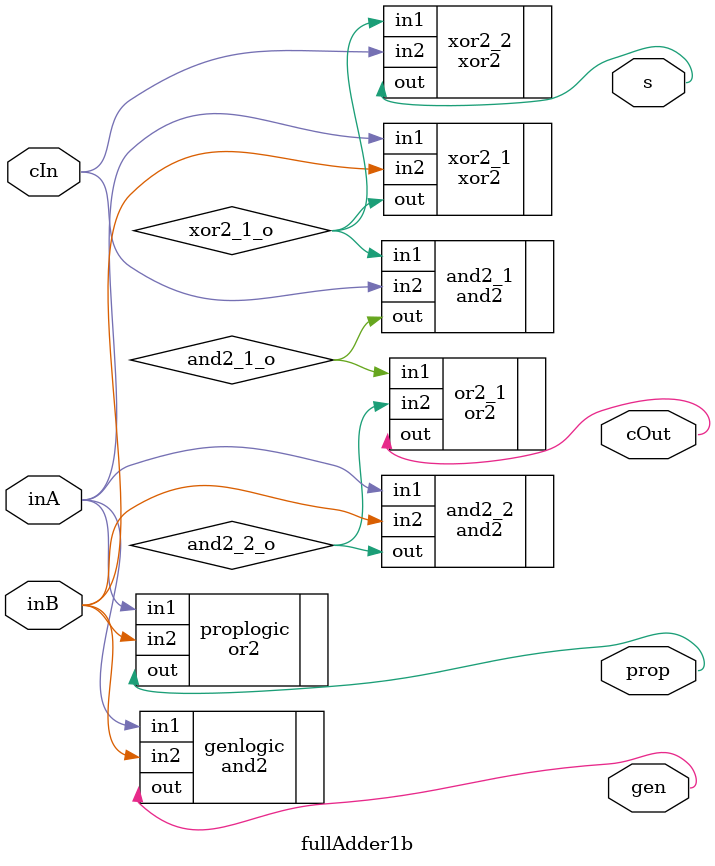
<source format=v>
/*
    CS/ECE 552 Spring '23
    Homework #1, Problem 2
    
    a 1-bit full adder
*/
`default_nettype none
module fullAdder1b(s, cOut, gen, prop, inA, inB, cIn);
    output wire s;
    output wire cOut;
    output wire gen, prop;
    input  wire inA, inB;
    input  wire cIn;

    // YOUR CODE HERE
    wire xor2_1_o;
    wire and2_1_o;
    wire and2_2_o;

    xor2 xor2_1(.out(xor2_1_o),.in1(inA     ),.in2(inB     ));
    xor2 xor2_2(.out(s       ),.in1(xor2_1_o),.in2(cIn     ));
    and2 and2_1(.out(and2_1_o),.in1(xor2_1_o),.in2(cIn     ));
    and2 and2_2(.out(and2_2_o),.in1(inA     ),.in2(inB     ));
    or2  or2_1 (.out(cOut    ),.in1(and2_1_o),.in2(and2_2_o));

    // generate and propagate signals
    and2 genlogic(.out(gen ),.in1(inA),.in2(inB));
    or2 proplogic(.out(prop),.in1(inA),.in2(inB)); 

endmodule
`default_nettype wire

</source>
